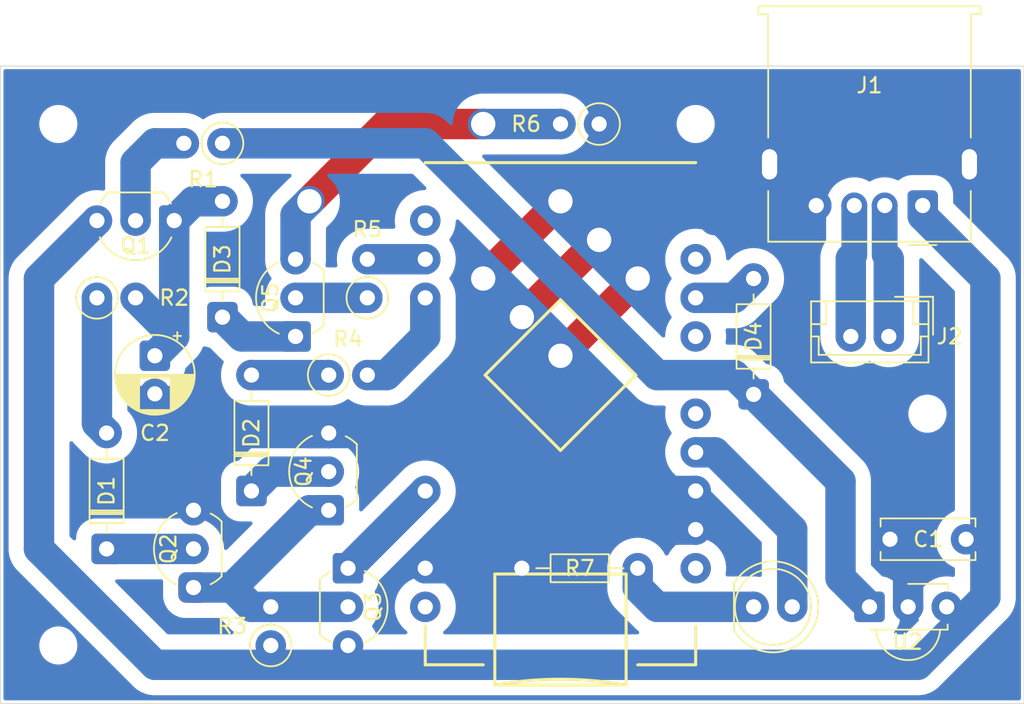
<source format=kicad_pcb>
(kicad_pcb (version 20241229) (generator "pcbnew") (generator_version "9.0")
  (layers (0 "F.Cu" signal) (2 "B.Cu" signal) (13 "F.Paste" user) (15 "B.Paste" user) (5 "F.SilkS" user "F.Silkscreen") (7 "B.SilkS" user "B.Silkscreen") (1 "F.Mask" user) (3 "B.Mask" user) (25 "Edge.Cuts" user))
  (net 0 "")
  (net 1 "GND")
  (net 2 "+5V")
  (net 3 "Net-(D1-A)")
  (net 4 "Net-(D1-K)")
  (net 5 "IR_OUT")
  (net 8 "Net-(D4-A)")
  (net 9 "Net-(D3-K)")
  (net 10 "Net-(J1-D+)")
  (net 11 "Net-(J1-D-)")
  (net 12 "Net-(D2-A)")
  (net 13 "Net-(D3-A)")
  (net 14 "Net-(Q1-B)")
  (net 15 "Net-(Q2-C)")
  (net 16 "VCC")
  (net 17 "ON_OFF")
  (net 18 "DISCH")
  (net 19 "Net-(D5-K)")
  (net 20 "Net-(D2-K)")
  (net 21 "Net-(Q5-E)")
  (net 22 "Net-(Q5-B)")
  (net 23 "LED")
  (footprint "Resistor_THT:R_Axial_DIN0207_L6.3mm_D2.5mm_P2.54mm_Vertical" (layer "F.Cu") (at 128.905 78.105 180)
    (property "Reference" "R1" (at 1.27 -2.37 180) (layer "F.SilkS"))
    (property "Value" "47K" (hide yes))
    (fp_line (start 1.37 0) (end 1.44 0) (stroke (width 0.12)) (layer "F.SilkS"))
    (fp_circle (center 0 0) (end 1.37 0) (stroke (width 0.12)) (fill no) (layer "F.SilkS"))
    (pad "1" thru_hole circle (at 0 0 180) (size 2 2) (drill 1) (layers "*.Cu" "*.Mask") (net 5 "IR_OUT"))
    (pad "2" thru_hole circle (at 2.54 0 180) (size 2 2) (drill 1) (layers "*.Cu" "*.Mask") (net 14 "Net-(Q1-B)"))
  )
  (footprint "Resistor_THT:R_Axial_DIN0207_L6.3mm_D2.5mm_P2.54mm_Vertical" (layer "F.Cu") (at 132.08 111.125 90)
    (property "Reference" "R3" (at 1.27 -2.54 180) (layer "F.SilkS"))
    (property "Value" "100K" (hide yes))
    (fp_line (start 1.37 0) (end 1.44 0) (stroke (width 0.12)) (layer "F.SilkS"))
    (fp_circle (center 0 0) (end 1.37 0) (stroke (width 0.12)) (fill no) (layer "F.SilkS"))
    (pad "1" thru_hole circle (at 0 0 90) (size 2 2) (drill 1) (layers "*.Cu" "*.Mask") (net 2 "+5V"))
    (pad "2" thru_hole circle (at 2.54 0 90) (size 2 2) (drill 1) (layers "*.Cu" "*.Mask") (net 15 "Net-(Q2-C)"))
  )
  (footprint "Capacitor_THT:C_Disc_D6.0mm_W2.5mm_P5.00mm" (layer "F.Cu") (at 172.8 104.14)
    (property "Reference" "C1" (at 2.5 0 0) (layer "F.SilkS"))
    (property "Value" "100nF" (hide yes))
    (fp_line (start -0.62 -1.37) (end 5.62 -1.37) (stroke (width 0.12)) (layer "F.SilkS"))
    (fp_line (start -0.62 -0.835) (end -0.62 -1.37) (stroke (width 0.12)) (layer "F.SilkS"))
    (fp_line (start -0.62 1.37) (end -0.62 0.835) (stroke (width 0.12)) (layer "F.SilkS"))
    (fp_line (start 5.62 -1.37) (end 5.62 -0.835) (stroke (width 0.12)) (layer "F.SilkS"))
    (fp_line (start 5.62 0.835) (end 5.62 1.37) (stroke (width 0.12)) (layer "F.SilkS"))
    (fp_line (start 5.62 1.37) (end -0.62 1.37) (stroke (width 0.12)) (layer "F.SilkS"))
    (pad "1" thru_hole circle (at 0 0) (size 2 2) (drill 1) (layers "*.Cu" "*.Mask") (net 1 "GND"))
    (pad "2" thru_hole circle (at 5 0) (size 2 2) (drill 1) (layers "*.Cu" "*.Mask") (net 2 "+5V"))
  )
  (footprint "Resistor_THT:R_Axial_DIN0204_L3.6mm_D1.6mm_P7.62mm_Horizontal" (layer "F.Cu") (at 156.21 106.045 180)
    (property "Reference" "R7" (at 3.81 0 180) (layer "F.SilkS"))
    (property "Value" "1K" (hide yes))
    (fp_line (start 6.68 0) (end 5.73 0) (stroke (width 0.12)) (layer "F.SilkS"))
    (fp_line (start 0.94 0) (end 1.89 0) (stroke (width 0.12)) (layer "F.SilkS"))
    (fp_rect (start 1.89 -0.92) (end 5.73 0.92) (stroke (width 0.12)) (fill no) (layer "F.SilkS"))
    (pad "1" thru_hole circle (at 0 0 180) (size 2 2) (drill 1) (layers "*.Cu" "*.Mask") (net 19 "Net-(D5-K)"))
    (pad "2" thru_hole circle (at 7.62 0 180) (size 2 2) (drill 1) (layers "*.Cu" "*.Mask") (net 1 "GND"))
  )
  (footprint "Resistor_THT:R_Axial_DIN0207_L6.3mm_D2.5mm_P2.54mm_Vertical" (layer "F.Cu") (at 135.89 93.345)
    (property "Reference" "R4" (at 1.27 -2.37 0) (layer "F.SilkS"))
    (property "Value" "10K" (hide yes))
    (fp_line (start 1.37 0) (end 1.44 0) (stroke (width 0.12)) (layer "F.SilkS"))
    (fp_circle (center 0 0) (end 1.37 0) (stroke (width 0.12)) (fill no) (layer "F.SilkS"))
    (pad "1" thru_hole circle (at 0 0) (size 2 2) (drill 1) (layers "*.Cu" "*.Mask") (net 12 "Net-(D2-A)"))
    (pad "2" thru_hole circle (at 2.54 0) (size 2 2) (drill 1) (layers "*.Cu" "*.Mask") (net 17 "ON_OFF"))
  )
  (footprint "Diode_THT:D_DO-35_SOD27_P7.62mm_Horizontal" (layer "F.Cu") (at 128.905 89.535 90)
    (property "Reference" "D3" (at 3.81 0 90) (layer "F.SilkS"))
    (property "Value" "1N4148" (hide yes))
    (fp_line (start 2.53 -1.12) (end 2.53 1.12) (stroke (width 0.12)) (layer "F.SilkS"))
    (fp_line (start 2.41 -1.12) (end 2.41 1.12) (stroke (width 0.12)) (layer "F.SilkS"))
    (fp_line (start 2.29 -1.12) (end 2.29 1.12) (stroke (width 0.12)) (layer "F.SilkS"))
    (fp_line (start 6.58 0) (end 5.93 0) (stroke (width 0.12)) (layer "F.SilkS"))
    (fp_line (start 1.04 0) (end 1.69 0) (stroke (width 0.12)) (layer "F.SilkS"))
    (fp_rect (start 1.69 -1.12) (end 5.93 1.12) (stroke (width 0.12)) (fill no) (layer "F.SilkS"))
    (pad "1" thru_hole roundrect (at 0 0 90) (size 2 2) (drill 1) (layers "*.Cu" "*.Mask") (roundrect_rratio 0.15625) (net 9 "Net-(D3-K)"))
    (pad "2" thru_hole circle (at 7.62 0 90) (size 2 2) (drill 1) (layers "*.Cu" "*.Mask") (net 13 "Net-(D3-A)"))
  )
  (footprint "Package_TO_SOT_THT:TO-92_Inline_Wide" (layer "F.Cu") (at 135.89 102.235 90)
    (property "Reference" "Q4" (at 2.54 -1.65 90) (layer "F.SilkS"))
    (property "Value" "BC547" (hide yes))
    (fp_line (start 0.74 1.85) (end 4.34 1.85) (stroke (width 0.12)) (layer "F.SilkS"))
    (fp_arc (start 2.54 -2.6) (mid 3.936979 -2.192818) (end 4.8964 -1.098807) (stroke (width 0.12)) (layer "F.SilkS"))
    (fp_arc (start 0.1836 -1.098807) (mid 1.143021 -2.192817) (end 2.54 -2.6) (stroke (width 0.12)) (layer "F.SilkS"))
    (fp_arc (start 4.864184 1.122795) (mid 4.633903 1.509328) (end 4.34 1.85) (stroke (width 0.12)) (layer "F.SilkS"))
    (fp_arc (start 0.74 1.85) (mid 0.446097 1.509328) (end 0.215816 1.122795) (stroke (width 0.12)) (layer "F.SilkS"))
    (pad "1" thru_hole roundrect (at 0 0 90) (size 2 2) (drill 1) (layers "*.Cu" "*.Mask") (roundrect_rratio 0.1666666667) (net 15 "Net-(Q2-C)"))
    (pad "2" thru_hole circle (at 2.54 0 90) (size 2 2) (drill 1) (layers "*.Cu" "*.Mask") (net 20 "Net-(D2-K)"))
    (pad "3" thru_hole circle (at 5.08 0 90) (size 2 2) (drill 1) (layers "*.Cu" "*.Mask") (net 1 "GND"))
  )
  (footprint "Resistor_THT:R_Axial_DIN0207_L6.3mm_D2.5mm_P2.54mm_Vertical" (layer "F.Cu") (at 153.67 76.835 180)
    (property "Reference" "R6" (at 4.8 0 0) (layer "F.SilkS"))
    (property "Value" "4.7K" (hide yes))
    (fp_line (start 1.37 0) (end 1.44 0) (stroke (width 0.12)) (layer "F.SilkS"))
    (fp_circle (center 0 0) (end 1.37 0) (stroke (width 0.12)) (fill no) (layer "F.SilkS"))
    (pad "1" thru_hole circle (at 0 0 180) (size 2 2) (drill 1) (layers "*.Cu" "*.Mask") (net 1 "GND"))
    (pad "2" thru_hole circle (at 2.54 0 180) (size 2 2) (drill 1) (layers "*.Cu" "*.Mask") (net 21 "Net-(Q5-E)"))
  )
  (footprint "LED_THT:LED_D5.0mm" (layer "F.Cu") (at 163.83 108.585)
    (property "Reference" "D5" (hide yes))
    (property "Value" "LED" (hide yes))
    (fp_line (start -1.29 -1.545) (end -1.29 1.545) (stroke (width 0.12)) (layer "F.SilkS"))
    (fp_arc (start -1.29 -1.54483) (mid 2.071779 -2.880495) (end 4.26 0) (stroke (width 0.12)) (layer "F.SilkS"))
    (fp_arc (start 4.26 0) (mid 2.071779 2.880495) (end -1.29 1.54483) (stroke (width 0.12)) (layer "F.SilkS"))
    (fp_circle (center 1.27 0) (end 3.77 0) (stroke (width 0.12)) (fill no) (layer "F.SilkS"))
    (pad "1" thru_hole circle (at 0 0) (size 2 2) (drill 1) (layers "*.Cu" "*.Mask") (net 19 "Net-(D5-K)"))
    (pad "2" thru_hole circle (at 2.54 0) (size 2 2) (drill 1) (layers "*.Cu" "*.Mask") (net 23 "LED"))
  )
  (footprint "Capacitor_THT:CP_Radial_D5.0mm_P2.50mm" (layer "F.Cu") (at 124.46 92.075 -90)
    (property "Reference" "C2" (at 5.08 0 180) (layer "F.SilkS"))
    (property "Value" "10uF" (hide yes))
    (fp_line (start 1.49 1.04) (end 1.49 2.569) (stroke (width 0.12)) (layer "F.SilkS"))
    (fp_line (start 1.53 1.04) (end 1.53 2.565) (stroke (width 0.12)) (layer "F.SilkS"))
    (fp_line (start 1.57 1.04) (end 1.57 2.56) (stroke (width 0.12)) (layer "F.SilkS"))
    (fp_line (start 1.61 1.04) (end 1.61 2.555) (stroke (width 0.12)) (layer "F.SilkS"))
    (fp_line (start 1.65 1.04) (end 1.65 2.549) (stroke (width 0.12)) (layer "F.SilkS"))
    (fp_line (start 1.69 1.04) (end 1.69 2.543) (stroke (width 0.12)) (layer "F.SilkS"))
    (fp_line (start 1.73 1.04) (end 1.73 2.536) (stroke (width 0.12)) (layer "F.SilkS"))
    (fp_line (start 1.77 1.04) (end 1.77 2.528) (stroke (width 0.12)) (layer "F.SilkS"))
    (fp_line (start 1.81 1.04) (end 1.81 2.519) (stroke (width 0.12)) (layer "F.SilkS"))
    (fp_line (start 1.85 1.04) (end 1.85 2.51) (stroke (width 0.12)) (layer "F.SilkS"))
    (fp_line (start 1.89 1.04) (end 1.89 2.501) (stroke (width 0.12)) (layer "F.SilkS"))
    (fp_line (start 1.93 1.04) (end 1.93 2.49) (stroke (width 0.12)) (layer "F.SilkS"))
    (fp_line (start 1.97 1.04) (end 1.97 2.479) (stroke (width 0.12)) (layer "F.SilkS"))
    (fp_line (start 2.01 1.04) (end 2.01 2.467) (stroke (width 0.12)) (layer "F.SilkS"))
    (fp_line (start 2.05 1.04) (end 2.05 2.455) (stroke (width 0.12)) (layer "F.SilkS"))
    (fp_line (start 2.09 1.04) (end 2.09 2.442) (stroke (width 0.12)) (layer "F.SilkS"))
    (fp_line (start 2.13 1.04) (end 2.13 2.428) (stroke (width 0.12)) (layer "F.SilkS"))
    (fp_line (start 2.17 1.04) (end 2.17 2.413) (stroke (width 0.12)) (layer "F.SilkS"))
    (fp_line (start 2.21 1.04) (end 2.21 2.398) (stroke (width 0.12)) (layer "F.SilkS"))
    (fp_line (start 2.25 1.04) (end 2.25 2.382) (stroke (width 0.12)) (layer "F.SilkS"))
    (fp_line (start 2.29 1.04) (end 2.29 2.365) (stroke (width 0.12)) (layer "F.SilkS"))
    (fp_line (start 2.33 1.04) (end 2.33 2.347) (stroke (width 0.12)) (layer "F.SilkS"))
    (fp_line (start 2.37 1.04) (end 2.37 2.329) (stroke (width 0.12)) (layer "F.SilkS"))
    (fp_line (start 2.41 1.04) (end 2.41 2.309) (stroke (width 0.12)) (layer "F.SilkS"))
    (fp_line (start 2.45 1.04) (end 2.45 2.289) (stroke (width 0.12)) (layer "F.SilkS"))
    (fp_line (start 2.49 1.04) (end 2.49 2.268) (stroke (width 0.12)) (layer "F.SilkS"))
    (fp_line (start 2.53 1.04) (end 2.53 2.246) (stroke (width 0.12)) (layer "F.SilkS"))
    (fp_line (start 2.57 1.04) (end 2.57 2.223) (stroke (width 0.12)) (layer "F.SilkS"))
    (fp_line (start 2.61 1.04) (end 2.61 2.199) (stroke (width 0.12)) (layer "F.SilkS"))
    (fp_line (start 2.65 1.04) (end 2.65 2.175) (stroke (width 0.12)) (layer "F.SilkS"))
    (fp_line (start 2.69 1.04) (end 2.69 2.149) (stroke (width 0.12)) (layer "F.SilkS"))
    (fp_line (start 2.73 1.04) (end 2.73 2.122) (stroke (width 0.12)) (layer "F.SilkS"))
    (fp_line (start 2.77 1.04) (end 2.77 2.094) (stroke (width 0.12)) (layer "F.SilkS"))
    (fp_line (start 2.81 1.04) (end 2.81 2.065) (stroke (width 0.12)) (layer "F.SilkS"))
    (fp_line (start 2.85 1.04) (end 2.85 2.035) (stroke (width 0.12)) (layer "F.SilkS"))
    (fp_line (start 2.89 1.04) (end 2.89 2.003) (stroke (width 0.12)) (layer "F.SilkS"))
    (fp_line (start 2.93 1.04) (end 2.93 1.97) (stroke (width 0.12)) (layer "F.SilkS"))
    (fp_line (start 2.97 1.04) (end 2.97 1.936) (stroke (width 0.12)) (layer "F.SilkS"))
    (fp_line (start 3.01 1.04) (end 3.01 1.901) (stroke (width 0.12)) (layer "F.SilkS"))
    (fp_line (start 3.05 1.04) (end 3.05 1.864) (stroke (width 0.12)) (layer "F.SilkS"))
    (fp_line (start 3.09 1.04) (end 3.09 1.825) (stroke (width 0.12)) (layer "F.SilkS"))
    (fp_line (start 3.13 1.04) (end 3.13 1.785) (stroke (width 0.12)) (layer "F.SilkS"))
    (fp_line (start 3.17 1.04) (end 3.17 1.743) (stroke (width 0.12)) (layer "F.SilkS"))
    (fp_line (start 3.21 1.04) (end 3.21 1.699) (stroke (width 0.12)) (layer "F.SilkS"))
    (fp_line (start 3.25 1.04) (end 3.25 1.652) (stroke (width 0.12)) (layer "F.SilkS"))
    (fp_line (start 3.29 1.04) (end 3.29 1.604) (stroke (width 0.12)) (layer "F.SilkS"))
    (fp_line (start 3.33 1.04) (end 3.33 1.553) (stroke (width 0.12)) (layer "F.SilkS"))
    (fp_line (start 3.37 1.04) (end 3.37 1.499) (stroke (width 0.12)) (layer "F.SilkS"))
    (fp_line (start 3.41 1.04) (end 3.41 1.443) (stroke (width 0.12)) (layer "F.SilkS"))
    (fp_line (start 3.45 1.04) (end 3.45 1.383) (stroke (width 0.12)) (layer "F.SilkS"))
    (fp_line (start 3.49 1.04) (end 3.49 1.319) (stroke (width 0.12)) (layer "F.SilkS"))
    (fp_line (start 3.53 1.04) (end 3.53 1.251) (stroke (width 0.12)) (layer "F.SilkS"))
    (fp_line (start 3.85 -0.283) (end 3.85 0.283) (stroke (width 0.12)) (layer "F.SilkS"))
    (fp_line (start 3.81 -0.517) (end 3.81 0.517) (stroke (width 0.12)) (layer "F.SilkS"))
    (fp_line (start 3.77 -0.677) (end 3.77 0.677) (stroke (width 0.12)) (layer "F.SilkS"))
    (fp_line (start 3.73 -0.805) (end 3.73 0.805) (stroke (width 0.12)) (layer "F.SilkS"))
    (fp_line (start 3.69 -0.914) (end 3.69 0.914) (stroke (width 0.12)) (layer "F.SilkS"))
    (fp_line (start 3.65 -1.011) (end 3.65 1.011) (stroke (width 0.12)) (layer "F.SilkS"))
    (fp_line (start 3.61 -1.098) (end 3.61 1.098) (stroke (width 0.12)) (layer "F.SilkS"))
    (fp_line (start 3.57 -1.177) (end 3.57 1.177) (stroke (width 0.12)) (layer "F.SilkS"))
    (fp_line (start 3.53 -1.251) (end 3.53 -1.04) (stroke (width 0.12)) (layer "F.SilkS"))
    (fp_line (start 3.49 -1.319) (end 3.49 -1.04) (stroke (width 0.12)) (layer "F.SilkS"))
    (fp_line (start 3.45 -1.383) (end 3.45 -1.04) (stroke (width 0.12)) (layer "F.SilkS"))
    (fp_line (start 3.41 -1.443) (end 3.41 -1.04) (stroke (width 0.12)) (layer "F.SilkS"))
    (fp_line (start -1.554775 -1.475) (end -1.054775 -1.475) (stroke (width 0.12)) (layer "F.SilkS"))
    (fp_line (start 3.37 -1.499) (end 3.37 -1.04) (stroke (width 0.12)) (layer "F.SilkS"))
    (fp_line (start 3.33 -1.553) (end 3.33 -1.04) (stroke (width 0.12)) (layer "F.SilkS"))
    (fp_line (start 3.29 -1.604) (end 3.29 -1.04) (stroke (width 0.12)) (layer "F.SilkS"))
    (fp_line (start 3.25 -1.652) (end 3.25 -1.04) (stroke (width 0.12)) (layer "F.SilkS"))
    (fp_line (start 3.21 -1.699) (end 3.21 -1.04) (stroke (width 0.12)) (layer "F.SilkS"))
    (fp_line (start -1.304775 -1.725) (end -1.304775 -1.225) (stroke (width 0.12)) (layer "F.SilkS"))
    (fp_line (start 3.17 -1.743) (end 3.17 -1.04) (stroke (width 0.12)) (layer "F.SilkS"))
    (fp_line (start 3.13 -1.785) (end 3.13 -1.04) (stroke (width 0.12)) (layer "F.SilkS"))
    (fp_line (start 3.09 -1.825) (end 3.09 -1.04) (stroke (width 0.12)) (layer "F.SilkS"))
    (fp_line (start 3.05 -1.864) (end 3.05 -1.04) (stroke (width 0.12)) (layer "F.SilkS"))
    (fp_line (start 3.01 -1.901) (end 3.01 -1.04) (stroke (width 0.12)) (layer "F.SilkS"))
    (fp_line (start 2.97 -1.936) (end 2.97 -1.04) (stroke (width 0.12)) (layer "F.SilkS"))
    (fp_line (start 2.93 -1.97) (end 2.93 -1.04) (stroke (width 0.12)) (layer "F.SilkS"))
    (fp_line (start 2.89 -2.003) (end 2.89 -1.04) (stroke (width 0.12)) (layer "F.SilkS"))
    (fp_line (start 2.85 -2.035) (end 2.85 -1.04) (stroke (width 0.12)) (layer "F.SilkS"))
    (fp_line (start 2.81 -2.065) (end 2.81 -1.04) (stroke (width 0.12)) (layer "F.SilkS"))
    (fp_line (start 2.77 -2.094) (end 2.77 -1.04) (stroke (width 0.12)) (layer "F.SilkS"))
    (fp_line (start 2.73 -2.122) (end 2.73 -1.04) (stroke (width 0.12)) (layer "F.SilkS"))
    (fp_line (start 2.69 -2.149) (end 2.69 -1.04) (stroke (width 0.12)) (layer "F.SilkS"))
    (fp_line (start 2.65 -2.175) (end 2.65 -1.04) (stroke (width 0.12)) (layer "F.SilkS"))
    (fp_line (start 2.61 -2.199) (end 2.61 -1.04) (stroke (width 0.12)) (layer "F.SilkS"))
    (fp_line (start 2.57 -2.223) (end 2.57 -1.04) (stroke (width 0.12)) (layer "F.SilkS"))
    (fp_line (start 2.53 -2.246) (end 2.53 -1.04) (stroke (width 0.12)) (layer "F.SilkS"))
    (fp_line (start 2.49 -2.268) (end 2.49 -1.04) (stroke (width 0.12)) (layer "F.SilkS"))
    (fp_line (start 2.45 -2.289) (end 2.45 -1.04) (stroke (width 0.12)) (layer "F.SilkS"))
    (fp_line (start 2.41 -2.309) (end 2.41 -1.04) (stroke (width 0.12)) (layer "F.SilkS"))
    (fp_line (start 2.37 -2.329) (end 2.37 -1.04) (stroke (width 0.12)) (layer "F.SilkS"))
    (fp_line (start 2.33 -2.347) (end 2.33 -1.04) (stroke (width 0.12)) (layer "F.SilkS"))
    (fp_line (start 2.29 -2.365) (end 2.29 -1.04) (stroke (width 0.12)) (layer "F.SilkS"))
    (fp_line (start 2.25 -2.382) (end 2.25 -1.04) (stroke (width 0.12)) (layer "F.SilkS"))
    (fp_line (start 2.21 -2.398) (end 2.21 -1.04) (stroke (width 0.12)) (layer "F.SilkS"))
    (fp_line (start 2.17 -2.413) (end 2.17 -1.04) (stroke (width 0.12)) (layer "F.SilkS"))
    (fp_line (start 2.13 -2.428) (end 2.13 -1.04) (stroke (width 0.12)) (layer "F.SilkS"))
    (fp_line (start 2.09 -2.442) (end 2.09 -1.04) (stroke (width 0.12)) (layer "F.SilkS"))
    (fp_line (start 2.05 -2.455) (end 2.05 -1.04) (stroke (width 0.12)) (layer "F.SilkS"))
    (fp_line (start 2.01 -2.467) (end 2.01 -1.04) (stroke (width 0.12)) (layer "F.SilkS"))
    (fp_line (start 1.97 -2.479) (end 1.97 -1.04) (stroke (width 0.12)) (layer "F.SilkS"))
    (fp_line (start 1.93 -2.49) (end 1.93 -1.04) (stroke (width 0.12)) (layer "F.SilkS"))
    (fp_line (start 1.89 -2.501) (end 1.89 -1.04) (stroke (width 0.12)) (layer "F.SilkS"))
    (fp_line (start 1.85 -2.51) (end 1.85 -1.04) (stroke (width 0.12)) (layer "F.SilkS"))
    (fp_line (start 1.81 -2.519) (end 1.81 -1.04) (stroke (width 0.12)) (layer "F.SilkS"))
    (fp_line (start 1.77 -2.528) (end 1.77 -1.04) (stroke (width 0.12)) (layer "F.SilkS"))
    (fp_line (start 1.73 -2.536) (end 1.73 -1.04) (stroke (width 0.12)) (layer "F.SilkS"))
    (fp_line (start 1.69 -2.543) (end 1.69 -1.04) (stroke (width 0.12)) (layer "F.SilkS"))
    (fp_line (start 1.65 -2.549) (end 1.65 -1.04) (stroke (width 0.12)) (layer "F.SilkS"))
    (fp_line (start 1.61 -2.555) (end 1.61 -1.04) (stroke (width 0.12)) (layer "F.SilkS"))
    (fp_line (start 1.57 -2.56) (end 1.57 -1.04) (stroke (width 0.12)) (layer "F.SilkS"))
    (fp_line (start 1.53 -2.565) (end 1.53 -1.04) (stroke (width 0.12)) (layer "F.SilkS"))
    (fp_line (start 1.49 -2.569) (end 1.49 -1.04) (stroke (width 0.12)) (layer "F.SilkS"))
    (fp_line (start 1.45 -2.572) (end 1.45 2.572) (stroke (width 0.12)) (layer "F.SilkS"))
    (fp_line (start 1.41 -2.575) (end 1.41 2.575) (stroke (width 0.12)) (layer "F.SilkS"))
    (fp_line (start 1.37 -2.577) (end 1.37 2.577) (stroke (width 0.12)) (layer "F.SilkS"))
    (fp_line (start 1.33 -2.579) (end 1.33 2.579) (stroke (width 0.12)) (layer "F.SilkS"))
    (fp_line (start 1.25 -2.58) (end 1.25 2.58) (stroke (width 0.12)) (layer "F.SilkS"))
    (fp_line (start 1.29 -2.58) (end 1.29 2.58) (stroke (width 0.12)) (layer "F.SilkS"))
    (fp_circle (center 1.25 0) (end 3.87 0) (stroke (width 0.12)) (fill no) (layer "F.SilkS"))
    (pad "1" thru_hole roundrect (at 0 0 270) (size 2 2) (drill 1) (layers "*.Cu" "*.Mask") (roundrect_rratio 0.15625) (net 13 "Net-(D3-A)"))
    (pad "2" thru_hole circle (at 2.5 0 270) (size 2 2) (drill 1) (layers "*.Cu" "*.Mask") (net 1 "GND"))
  )
  (footprint "MountingHole:MountingHole_2mm" (layer "F.Cu") (at 118.11 76.835)
    (property "Reference" "H1" (hide yes))
    (property "Value" "MountingHole" (hide yes))
    (pad "" np_thru_hole circle (at 0 0) (size 2 2) (drill 2) (layers "*.Cu" "*.Mask"))
  )
  (footprint "Connector_JST:JST_EH_B2B-EH-A_1x02_P2.50mm_Vertical" (layer "F.Cu") (at 172.72 90.805 180)
    (property "Reference" "J2" (at -4 0 0) (layer "F.SilkS"))
    (property "Value" "01x02" (hide yes))
    (fp_line (start 5.11 2.31) (end 5.11 -1.71) (stroke (width 0.12)) (layer "F.SilkS"))
    (fp_line (start 5.11 0.81) (end 4.11 0.81) (stroke (width 0.12)) (layer "F.SilkS"))
    (fp_line (start 5.11 -1.71) (end -2.61 -1.71) (stroke (width 0.12)) (layer "F.SilkS"))
    (fp_line (start 4.61 0) (end 5.11 0) (stroke (width 0.12)) (layer "F.SilkS"))
    (fp_line (start 4.61 -1.21) (end 4.61 0) (stroke (width 0.12)) (layer "F.SilkS"))
    (fp_line (start 4.11 0.81) (end 4.11 2.31) (stroke (width 0.12)) (layer "F.SilkS"))
    (fp_line (start -1.61 0.81) (end -1.61 2.31) (stroke (width 0.12)) (layer "F.SilkS"))
    (fp_line (start -2.11 0) (end -2.11 -1.21) (stroke (width 0.12)) (layer "F.SilkS"))
    (fp_line (start -2.11 -1.21) (end 4.61 -1.21) (stroke (width 0.12)) (layer "F.SilkS"))
    (fp_line (start -2.61 2.31) (end 5.11 2.31) (stroke (width 0.12)) (layer "F.SilkS"))
    (fp_line (start -2.61 0.81) (end -1.61 0.81) (stroke (width 0.12)) (layer "F.SilkS"))
    (fp_line (start -2.61 0) (end -2.11 0) (stroke (width 0.12)) (layer "F.SilkS"))
    (fp_line (start -2.61 -1.71) (end -2.61 2.31) (stroke (width 0.12)) (layer "F.SilkS"))
    (fp_line (start -2.91 2.61) (end -0.41 2.61) (stroke (width 0.12)) (layer "F.SilkS"))
    (fp_line (start -2.91 0.11) (end -2.91 2.61) (stroke (width 0.12)) (layer "F.SilkS"))
    (pad "1" thru_hole circle (at 0 0 180) (size 2 2) (drill 1) (layers "*.Cu" "*.Mask") (net 11 "Net-(J1-D-)"))
    (pad "2" thru_hole circle (at 2.5 0 180) (size 2 2) (drill 1) (layers "*.Cu" "*.Mask") (net 10 "Net-(J1-D+)"))
  )
  (footprint "Connector_USB:USB_A_Molex_67643_Horizontal" (layer "F.Cu") (at 174.95 82.195 180)
    (property "Reference" "J1" (at 3.5 7.9 0) (layer "F.SilkS"))
    (property "Value" "USB_A")
    (fp_line (start 10.81 13.1) (end 10.81 12.58) (stroke (width 0.12)) (layer "F.SilkS"))
    (fp_line (start 10.81 12.58) (end 10.16 12.58) (stroke (width 0.12)) (layer "F.SilkS"))
    (fp_line (start 10.16 4.47) (end 10.16 12.58) (stroke (width 0.12)) (layer "F.SilkS"))
    (fp_line (start 10.16 -2.38) (end 10.16 0.95) (stroke (width 0.12)) (layer "F.SilkS"))
    (fp_line (start -0.9 -2.6) (end 0.9 -2.6) (stroke (width 0.12)) (layer "F.SilkS"))
    (fp_line (start -3.16 12.58) (end -3.16 4.47) (stroke (width 0.12)) (layer "F.SilkS"))
    (fp_line (start -3.16 12.58) (end -3.81 12.58) (stroke (width 0.12)) (layer "F.SilkS"))
    (fp_line (start -3.16 -2.38) (end 10.16 -2.38) (stroke (width 0.12)) (layer "F.SilkS"))
    (fp_line (start -3.16 -2.38) (end -3.16 0.95) (stroke (width 0.12)) (layer "F.SilkS"))
    (fp_line (start -3.81 13.1) (end 10.81 13.1) (stroke (width 0.12)) (layer "F.SilkS"))
    (fp_line (start -3.81 12.58) (end -3.81 13.1) (stroke (width 0.12)) (layer "F.SilkS"))
    (pad "1" thru_hole roundrect (at 0 0 180) (size 2 2) (drill 1) (layers "*.Cu" "*.Mask") (roundrect_rratio 0.1666666667) (net 2 "+5V"))
    (pad "2" thru_hole circle (at 2.5 0 180) (size 1.7 1.7) (drill 1) (layers "*.Cu" "*.Mask") (net 11 "Net-(J1-D-)"))
    (pad "3" thru_hole circle (at 4.5 0 180) (size 1.7 1.7) (drill 1) (layers "*.Cu" "*.Mask") (net 10 "Net-(J1-D+)"))
    (pad "4" thru_hole circle (at 7 0 180) (size 2 2) (drill 1) (layers "*.Cu" "*.Mask") (net 1 "GND"))
    (pad "5" thru_hole oval (at -3.07 2.71 180) (size 2.4 3.6) (drill oval 1 2) (layers "*.Cu" "*.Mask") (net 1 "GND"))
    (pad "5" thru_hole oval (at 10.07 2.71 180) (size 2.4 3.6) (drill oval 1 2) (layers "*.Cu" "*.Mask") (net 1 "GND"))
  )
  (footprint "Package_TO_SOT_THT:TO-92_Inline_Wide" (layer "F.Cu") (at 125.73 83.185 180)
    (property "Reference" "Q1" (at 2.54 -1.65 0) (layer "F.SilkS"))
    (property "Value" "BC557" (hide yes))
    (fp_line (start 0.74 1.85) (end 4.34 1.85) (stroke (width 0.12)) (layer "F.SilkS"))
    (fp_arc (start 4.864184 1.122795) (mid 4.633903 1.509328) (end 4.34 1.85) (stroke (width 0.12)) (layer "F.SilkS"))
    (fp_arc (start 2.54 -2.6) (mid 3.936979 -2.192818) (end 4.8964 -1.098807) (stroke (width 0.12)) (layer "F.SilkS"))
    (fp_arc (start 0.74 1.85) (mid 0.446097 1.509328) (end 0.215816 1.122795) (stroke (width 0.12)) (layer "F.SilkS"))
    (fp_arc (start 0.1836 -1.098807) (mid 1.143021 -2.192817) (end 2.54 -2.6) (stroke (width 0.12)) (layer "F.SilkS"))
    (pad "1" thru_hole roundrect (at 0 0 180) (size 2 2) (drill 1) (layers "*.Cu" "*.Mask") (roundrect_rratio 0.125) (net 13 "Net-(D3-A)"))
    (pad "2" thru_hole circle (at 2.54 0 180) (size 2 2) (drill 1) (layers "*.Cu" "*.Mask") (net 14 "Net-(Q1-B)"))
    (pad "3" thru_hole circle (at 5.08 0 180) (size 2 2) (drill 1) (layers "*.Cu" "*.Mask") (net 2 "+5V"))
  )
  (footprint "Package_TO_SOT_THT:TO-92_Inline_Wide" (layer "F.Cu") (at 133.71 90.805 90)
    (property "Reference" "Q5" (at 2.54 -1.65 90) (layer "F.SilkS"))
    (property "Value" "BC547" (hide yes))
    (fp_line (start 0.74 1.85) (end 4.34 1.85) (stroke (width 0.12)) (layer "F.SilkS"))
    (fp_arc (start 2.54 -2.6) (mid 3.936979 -2.192818) (end 4.8964 -1.098807) (stroke (width 0.12)) (layer "F.SilkS"))
    (fp_arc (start 0.1836 -1.098807) (mid 1.143021 -2.192817) (end 2.54 -2.6) (stroke (width 0.12)) (layer "F.SilkS"))
    (fp_arc (start 4.864184 1.122795) (mid 4.633903 1.509328) (end 4.34 1.85) (stroke (width 0.12)) (layer "F.SilkS"))
    (fp_arc (start 0.74 1.85) (mid 0.446097 1.509328) (end 0.215816 1.122795) (stroke (width 0.12)) (layer "F.SilkS"))
    (pad "1" thru_hole roundrect (at 0 0 90) (size 2 2) (drill 1) (layers "*.Cu" "*.Mask") (roundrect_rratio 0.125) (net 9 "Net-(D3-K)"))
    (pad "2" thru_hole circle (at 2.54 0 90) (size 2 2) (drill 1) (layers "*.Cu" "*.Mask") (net 22 "Net-(Q5-B)"))
    (pad "3" thru_hole circle (at 5.08 0 90) (size 2 2) (drill 1) (layers "*.Cu" "*.Mask") (net 21 "Net-(Q5-E)"))
  )
  (footprint "Diode_THT:D_DO-35_SOD27_P7.62mm_Horizontal" (layer "F.Cu") (at 121.285 104.775 90)
    (property "Reference" "D1" (at 3.81 0 90) (layer "F.SilkS"))
    (property "Value" "1N4148" (hide yes))
    (fp_line (start 2.53 -1.12) (end 2.53 1.12) (stroke (width 0.12)) (layer "F.SilkS"))
    (fp_line (start 2.41 -1.12) (end 2.41 1.12) (stroke (width 0.12)) (layer "F.SilkS"))
    (fp_line (start 2.29 -1.12) (end 2.29 1.12) (stroke (width 0.12)) (layer "F.SilkS"))
    (fp_line (start 6.58 0) (end 5.93 0) (stroke (width 0.12)) (layer "F.SilkS"))
    (fp_line (start 1.04 0) (end 1.69 0) (stroke (width 0.12)) (layer "F.SilkS"))
    (fp_rect (start 1.69 -1.12) (end 5.93 1.12) (stroke (width 0.12)) (fill no) (layer "F.SilkS"))
    (pad "1" thru_hole roundrect (at 0 0 90) (size 2 2) (drill 1) (layers "*.Cu" "*.Mask") (roundrect_rratio 0.15625) (net 4 "Net-(D1-K)"))
    (pad "2" thru_hole circle (at 7.62 0 90) (size 2 2) (drill 1) (layers "*.Cu" "*.Mask") (net 3 "Net-(D1-A)"))
  )
  (footprint "Package_TO_SOT_THT:TO-92_Inline_Wide" (layer "F.Cu") (at 137.16 106.045 -90)
    (property "Reference" "Q3" (at 2.54 -1.65 90) (layer "F.SilkS"))
    (property "Value" "BC557" (hide yes))
    (fp_line (start 0.74 1.85) (end 4.34 1.85) (stroke (width 0.12)) (layer "F.SilkS"))
    (fp_arc (start 0.74 1.85) (mid 0.446097 1.509328) (end 0.215816 1.122795) (stroke (width 0.12)) (layer "F.SilkS"))
    (fp_arc (start 4.864184 1.122795) (mid 4.633903 1.509328) (end 4.34 1.85) (stroke (width 0.12)) (layer "F.SilkS"))
    (fp_arc (start 0.1836 -1.098807) (mid 1.143021 -2.192817) (end 2.54 -2.6) (stroke (width 0.12)) (layer "F.SilkS"))
    (fp_arc (start 2.54 -2.6) (mid 3.936979 -2.192818) (end 4.8964 -1.098807) (stroke (width 0.12)) (layer "F.SilkS"))
    (pad "1" thru_hole roundrect (at 0 0 270) (size 2 2) (drill 1) (layers "*.Cu" "*.Mask") (roundrect_rratio 0.125) (net 16 "VCC"))
    (pad "2" thru_hole circle (at 2.54 0 270) (size 2 2) (drill 1) (layers "*.Cu" "*.Mask") (net 15 "Net-(Q2-C)"))
    (pad "3" thru_hole circle (at 5.08 0 270) (size 2 2) (drill 1) (layers "*.Cu" "*.Mask") (net 2 "+5V"))
  )
  (footprint "Diode_THT:D_DO-35_SOD27_P7.62mm_Horizontal" (layer "F.Cu") (at 130.81 100.965 90)
    (property "Reference" "D2" (at 3.81 0 90) (layer "F.SilkS"))
    (property "Value" "1N4148" (hide yes))
    (fp_line (start 2.53 -1.12) (end 2.53 1.12) (stroke (width 0.12)) (layer "F.SilkS"))
    (fp_line (start 2.41 -1.12) (end 2.41 1.12) (stroke (width 0.12)) (layer "F.SilkS"))
    (fp_line (start 2.29 -1.12) (end 2.29 1.12) (stroke (width 0.12)) (layer "F.SilkS"))
    (fp_line (start 6.58 0) (end 5.93 0) (stroke (width 0.12)) (layer "F.SilkS"))
    (fp_line (start 1.04 0) (end 1.69 0) (stroke (width 0.12)) (layer "F.SilkS"))
    (fp_rect (start 1.69 -1.12) (end 5.93 1.12) (stroke (width 0.12)) (fill no) (layer "F.SilkS"))
    (pad "1" thru_hole roundrect (at 0 0 90) (size 2 2) (drill 1) (layers "*.Cu" "*.Mask") (roundrect_rratio 0.15625) (net 20 "Net-(D2-K)"))
    (pad "2" thru_hole circle (at 7.62 0 90) (size 2 2) (drill 1) (layers "*.Cu" "*.Mask") (net 12 "Net-(D2-A)"))
  )
  (footprint "Diode_THT:D_DO-35_SOD27_P7.62mm_Horizontal" (layer "F.Cu") (at 163.83 94.615 90)
    (property "Reference" "D4" (at 3.81 0 90) (layer "F.SilkS"))
    (property "Value" "1N4148" (hide yes))
    (fp_line (start 2.53 -1.12) (end 2.53 1.12) (stroke (width 0.12)) (layer "F.SilkS"))
    (fp_line (start 2.41 -1.12) (end 2.41 1.12) (stroke (width 0.12)) (layer "F.SilkS"))
    (fp_line (start 2.29 -1.12) (end 2.29 1.12) (stroke (width 0.12)) (layer "F.SilkS"))
    (fp_line (start 6.58 0) (end 5.93 0) (stroke (width 0.12)) (layer "F.SilkS"))
    (fp_line (start 1.04 0) (end 1.69 0) (stroke (width 0.12)) (layer "F.SilkS"))
    (fp_rect (start 1.69 -1.12) (end 5.93 1.12) (stroke (width 0.12)) (fill no) (layer "F.SilkS"))
    (pad "1" thru_hole roundrect (at 0 0 90) (size 2 2) (drill 1) (layers "*.Cu" "*.Mask") (roundrect_rratio 0.15625) (net 5 "IR_OUT"))
    (pad "2" thru_hole circle (at 7.62 0 90) (size 2 2) (drill 1) (layers "*.Cu" "*.Mask") (net 8 "Net-(D4-A)"))
  )
  (footprint "Package_TO_SOT_THT:TO-92_Inline_Wide" (layer "F.Cu") (at 127 107.315 90)
    (property "Reference" "Q2" (at 2.54 -1.65 90) (layer "F.SilkS"))
    (property "Value" "BC547" (hide yes))
    (fp_line (start 0.74 1.85) (end 4.34 1.85) (stroke (width 0.12)) (layer "F.SilkS"))
    (fp_arc (start 2.54 -2.6) (mid 3.936979 -2.192818) (end 4.8964 -1.098807) (stroke (width 0.12)) (layer "F.SilkS"))
    (fp_arc (start 0.1836 -1.098807) (mid 1.143021 -2.192817) (end 2.54 -2.6) (stroke (width 0.12)) (layer "F.SilkS"))
    (fp_arc (start 4.864184 1.122795) (mid 4.633903 1.509328) (end 4.34 1.85) (stroke (width 0.12)) (layer "F.SilkS"))
    (fp_arc (start 0.74 1.85) (mid 0.446097 1.509328) (end 0.215816 1.122795) (stroke (width 0.12)) (layer "F.SilkS"))
    (pad "1" thru_hole roundrect (at 0 0 90) (size 2 2) (drill 1) (layers "*.Cu" "*.Mask") (net 15 "Net-(Q2-C)"))
    (pad "2" thru_hole circle (at 2.54 0 90) (size 2 2) (drill 1) (layers "*.Cu" "*.Mask") (net 4 "Net-(D1-K)"))
    (pad "3" thru_hole circle (at 5.08 0 90) (size 2 2) (drill 1) (layers "*.Cu" "*.Mask") (net 1 "GND"))
  )
  (footprint "Resistor_THT:R_Axial_DIN0207_L6.3mm_D2.5mm_P2.54mm_Vertical" (layer "F.Cu") (at 120.65 88.265)
    (property "Reference" "R2" (at 5.08 0 0) (layer "F.SilkS"))
    (property "Value" "10K" (hide yes))
    (fp_line (start 1.37 0) (end 1.44 0) (stroke (width 0.12)) (layer "F.SilkS"))
    (fp_circle (center 0 0) (end 1.37 0) (stroke (width 0.12)) (fill no) (layer "F.SilkS"))
    (pad "1" thru_hole circle (at 0 0) (size 2 2) (drill 1) (layers "*.Cu" "*.Mask") (net 3 "Net-(D1-A)"))
    (pad "2" thru_hole circle (at 2.54 0) (size 2 2) (drill 1) (layers "*.Cu" "*.Mask") (net 13 "Net-(D3-A)"))
  )
  (footprint "MountingHole:MountingHole_2mm" (layer "F.Cu") (at 175.26 95.885)
    (property "Reference" "H3" (hide yes))
    (property "Value" "MountingHole" (hide yes))
    (pad "" np_thru_hole circle (at 0 0) (size 2 2) (drill 2) (layers "*.Cu" "*.Mask"))
  )
  (footprint "MountingHole:MountingHole_2mm" (layer "F.Cu") (at 118.11 111.125)
    (property "Reference" "H4" (hide yes))
    (property "Value" "MountingHole" (hide yes))
    (pad "" np_thru_hole circle (at 0 0) (size 2 2) (drill 2) (layers "*.Cu" "*.Mask"))
  )
  (footprint "Custom:Arduino_Pro_Micro" (layer "F.Cu") (at 151.13 95.885 180)
    (property "Reference" "U1")
    (property "Value" "Arduino_Pro_Micro")
    (fp_line (start 8.89 16.51) (end -8.89 16.51) (stroke (width 0.2032)) (layer "F.SilkS"))
    (fp_line (start 8.89 -16.51) (end 8.89 -13.97) (stroke (width 0.2032)) (layer "F.SilkS"))
    (fp_line (start 5.08 -16.51) (end 8.89 -16.51) (stroke (width 0.2032)) (layer "F.SilkS"))
    (fp_line (start 4.953 2.54) (end 0 -2.413) (stroke (width 0.2032)) (layer "F.SilkS"))
    (fp_line (start 4.318 -10.541) (end -4.318 -10.541) (stroke (width 0.2032)) (layer "F.SilkS"))
    (fp_line (start 4.318 -17.8435) (end 4.318 -10.541) (stroke (width 0.2032)) (layer "F.SilkS"))
    (fp_line (start 0 7.493) (end 4.953 2.54) (stroke (width 0.2032)) (layer "F.SilkS"))
    (fp_line (start 0 -2.413) (end -4.953 2.54) (stroke (width 0.2032)) (layer "F.SilkS"))
    (fp_line (start -4.318 -10.541) (end -4.318 -17.8435) (stroke (width 0.2032)) (layer "F.SilkS"))
    (fp_line (start -4.318 -17.8435) (end 4.318 -17.8435) (stroke (width 0.2032)) (layer "F.SilkS"))
    (fp_line (start -4.953 2.54) (end 0 7.493) (stroke (width 0.2032)) (layer "F.SilkS"))
    (fp_line (start -5.08 -16.51) (end -8.89 -16.51) (stroke (width 0.2032)) (layer "F.SilkS"))
    (fp_line (start -8.89 -16.51) (end -8.89 -13.97) (stroke (width 0.2032)) (layer "F.SilkS"))
    (fp_arc (start 4.318 -17.8435) (mid 0 -17.460445) (end -4.318 -17.8435) (stroke (width 0.2032)) (layer "F.SilkS"))
    (pad "2" thru_hole circle (at -8.89 -10.16 180) (size 2 2) (drill 1) (layers "*.Cu" "*.Mask"))
    (pad "3" thru_hole circle (at -8.89 -7.62 180) (size 2 2) (drill 1) (layers "*.Cu" "*.Mask") (net 1 "GND"))
    (pad "4" thru_hole circle (at -8.89 -5.08 180) (size 2 2) (drill 1) (layers "*.Cu" "*.Mask") (net 1 "GND"))
    (pad "5" thru_hole circle (at -8.89 -2.54 180) (size 2 2) (drill 1) (layers "*.Cu" "*.Mask") (net 23 "LED"))
    (pad "6" thru_hole circle (at -8.89 0 180) (size 2 2) (drill 1) (layers "*.Cu" "*.Mask"))
    (pad "8" thru_hole circle (at -8.89 5.08 180) (size 2 2) (drill 1) (layers "*.Cu" "*.Mask"))
    (pad "9" thru_hole circle (at -8.89 7.62 180) (size 2 2) (drill 1) (layers "*.Cu" "*.Mask") (net 8 "Net-(D4-A)"))
    (pad "10" thru_hole circle (at -8.89 10.16 180) (size 2 2) (drill 1) (layers "*.Cu" "*.Mask"))
    (pad "14" thru_hole circle (at 8.89 12.7 180) (size 2 2) (drill 1) (layers "*.Cu" "*.Mask"))
    (pad "15" thru_hole circle (at 8.89 10.16 180) (size 2 2) (drill 1) (layers "*.Cu" "*.Mask") (net 18 "DISCH"))
    (pad "16" thru_hole circle (at 8.89 7.62 180) (size 2 2) (drill 1) (layers "*.Cu" "*.Mask") (net 17 "ON_OFF"))
    (pad "21" thru_hole circle (at 8.89 -5.08 180) (size 2 2) (drill 1) (layers "*.Cu" "*.Mask") (net 16 "VCC"))
    (pad "23" thru_hole circle (at 8.89 -10.16 180) (size 2 2) (drill 1) (layers "*.Cu" "*.Mask") (net 1 "GND"))
    (pad "24" thru_hole circle (at 8.89 -12.7 180) (size 2 2) (drill 1) (layers "*.Cu" "*.Mask"))
  )
  (footprint "OptoDevice:Vishay_MINICAST-3Pin" (layer "F.Cu") (at 171.45 108.585)
    (property "Reference" "U2" (at 2.5 2.3 180) (layer "F.SilkS"))
    (property "Value" "VS1838B" (hide yes))
    (fp_line (start 5.14 -1.51) (end 2.54 -1.51) (stroke (width 0.12)) (layer "F.SilkS"))
    (fp_line (start 5.14 -1.16) (end 5.14 -1.51) (stroke (width 0.12)) (layer "F.SilkS"))
    (fp_line (start 5.14 1.16) (end 5.14 1.5) (stroke (width 0.12)) (layer "F.SilkS"))
    (fp_line (start 5.14 1.5) (end 0.05 1.5) (stroke (width 0.12)) (layer "F.SilkS"))
    (fp_arc (start 4.64 1.5) (mid 2.540869 3.502379) (end 0.440083 1.501736) (stroke (width 0.12)) (layer "F.SilkS"))
    (pad "1" thru_hole roundrect (at 0 0) (size 2 2) (drill 1) (layers "*.Cu" "*.Mask") (roundrect_rratio 0.139) (net 5 "IR_OUT"))
    (pad "2" thru_hole circle (at 2.54 0) (size 2 2) (drill 1) (layers "*.Cu" "*.Mask") (net 1 "GND"))
    (pad "3" thru_hole circle (at 5.08 0) (size 2 2) (drill 1) (layers "*.Cu" "*.Mask") (net 2 "+5V"))
  )
  (footprint "MountingHole:MountingHole_2mm" (layer "F.Cu") (at 160.02 76.835)
    (property "Reference" "H2" (hide yes))
    (property "Value" "MountingHole" (hide yes))
    (pad "" np_thru_hole circle (at 0 0) (size 2 2) (drill 2) (layers "*.Cu" "*.Mask"))
  )
  (footprint "Resistor_THT:R_Axial_DIN0207_L6.3mm_D2.5mm_P2.54mm_Vertical" (layer "F.Cu") (at 138.43 88.265 90)
    (property "Reference" "R5" (at 4.5 0 180) (layer "F.SilkS"))
    (property "Value" "4.7K" (hide yes))
    (fp_line (start 1.37 0) (end 1.44 0) (stroke (width 0.12)) (layer "F.SilkS"))
    (fp_circle (center 0 0) (end 1.37 0) (stroke (width 0.12)) (fill no) (layer "F.SilkS"))
    (pad "1" thru_hole circle (at 0 0 90) (size 2 2) (drill 1) (layers "*.Cu" "*.Mask") (net 22 "Net-(Q5-B)"))
    (pad "2" thru_hole circle (at 2.54 0 90) (size 2 2) (drill 1) (layers "*.Cu" "*.Mask") (net 18 "DISCH"))
  )
  (gr_line (start 114.3 73.025) (end 181.61 73.025) (stroke (width 0.05)) (layer "Edge.Cuts"))
  (gr_line (start 114.3 114.935) (end 114.3 73.025) (stroke (width 0.05)) (layer "Edge.Cuts"))
  (gr_line (start 181.61 73.025) (end 181.61 114.935) (stroke (width 0.05)) (layer "Edge.Cuts"))
  (gr_line (start 181.61 114.935) (end 114.3 114.935) (stroke (width 0.05)) (layer "Edge.Cuts"))
  (segment (start 151.13 92.075) (end 156.21 86.995) (width 2) (layer "F.Cu") (net 1))
  (segment (start 148.59 89.535) (end 153.67 84.455) (width 2) (layer "F.Cu") (net 1))
  (segment (start 146.05 86.995) (end 151.13 81.915) (width 2) (layer "F.Cu") (net 1))
  (via (at 156.21 86.995) (size 2) (drill 1.6) (layers "F.Cu" "B.Cu") (net 1))
  (via (at 146.05 86.995) (size 2) (drill 1.6) (layers "F.Cu" "B.Cu") (net 1))
  (via (at 148.59 89.535) (size 2) (drill 1.6) (layers "F.Cu" "B.Cu") (net 1))
  (via (at 151.13 81.915) (size 2) (drill 1.6) (layers "F.Cu" "B.Cu") (net 1))
  (via (at 151.13 92.075) (size 2) (drill 1.6) (layers "F.Cu" "B.Cu") (net 1))
  (via (at 153.67 84.455) (size 2) (drill 1.6) (layers "F.Cu" "B.Cu") (net 1))
  (segment (start 176.53 78.105) (end 166.26 78.105) (width 2) (layer "B.Cu") (net 1))
  (segment (start 167.005 92.71) (end 172.8 98.505) (width 2) (layer "B.Cu") (net 1))
  (segment (start 160.02 100.965) (end 156.21 100.965) (width 2) (layer "B.Cu") (net 1))
  (segment (start 158.75 80.645) (end 157.48 80.645) (width 2) (layer "B.Cu") (net 1))
  (segment (start 156.21 81.915) (end 155.575 82.55) (width 2) (layer "B.Cu") (net 1))
  (segment (start 135.89 97.155) (end 134.62 97.155) (width 2) (layer "B.Cu") (net 1))
  (segment (start 161.245 83.14) (end 158.75 80.645) (width 2) (layer "B.Cu") (net 1))
  (segment (start 158.75 80.645) (end 154.94 76.835) (width 2) (layer "B.Cu") (net 1))
  (segment (start 140.97 97.155) (end 146.05 92.075) (width 2) (layer "B.Cu") (net 1))
  (segment (start 128.27 97.155) (end 127 97.155) (width 2) (layer "B.Cu") (net 1))
  (segment (start 173.99 108.585) (end 173.99 105.33) (width 2) (layer "B.Cu") (net 1))
  (segment (start 167.005 83.14) (end 167.005 92.71) (width 2) (layer "B.Cu") (net 1))
  (segment (start 134.62 97.155) (end 128.27 97.155) (width 2) (layer "B.Cu") (net 1))
  (segment (start 154.94 76.835) (end 153.67 76.835) (width 2) (layer "B.Cu") (net 1))
  (segment (start 167.005 83.14) (end 167.95 82.195) (width 2) (layer "B.Cu") (net 1))
  (segment (start 146.05 92.075) (end 148.59 89.535) (width 2) (layer "B.Cu") (net 1))
  (segment (start 139.7 97.155) (end 140.97 97.155) (width 2) (layer "B.Cu") (net 1))
  (segment (start 124.46 94.615) (end 127 97.155) (width 2) (layer "B.Cu") (net 1))
  (segment (start 156.21 100.965) (end 148.59 100.965) (width 2) (layer "B.Cu") (net 1))
  (segment (start 167.59 82.195) (end 164.88 79.485) (width 2) (layer "B.Cu") (net 1))
  (segment (start 155.575 82.55) (end 153.67 84.455) (width 2) (layer "B.Cu") (net 1))
  (segment (start 127 98.425) (end 128.27 97.155) (width 2) (layer "B.Cu") (net 1))
  (segment (start 158.75 103.505) (end 156.21 100.965) (width 2) (layer "B.Cu") (net 1))
  (segment (start 148.59 106.045) (end 148.59 102.235) (width 2) (layer "B.Cu") (net 1))
  (segment (start 134.62 97.155) (end 139.7 97.155) (width 2) (layer "B.Cu") (net 1))
  (segment (start 172.8 98.505) (end 172.8 104.14) (width 2) (layer "B.Cu") (net 1))
  (segment (start 167.95 82.195) (end 167.59 82.195) (width 2) (layer "B.Cu") (net 1))
  (segment (start 142.24 106.045) (end 143.51 106.045) (width 2) (layer "B.Cu") (net 1))
  (segment (start 146.05 92.075) (end 146.05 86.995) (width 2) (layer "B.Cu") (net 1))
  (segment (start 144.78 97.155) (end 140.97 97.155) (width 2) (layer "B.Cu") (net 1))
  (segment (start 160.02 103.505) (end 158.75 103.505) (width 2) (layer "B.Cu") (net 1))
  (segment (start 173.99 105.33) (end 172.8 104.14) (width 2) (layer "B.Cu") (net 1))
  (segment (start 178.02 79.485) (end 177.91 79.485) (width 2) (layer "B.Cu") (net 1))
  (segment (start 148.59 100.965) (end 144.78 97.155) (width 2) (layer "B.Cu") (net 1))
  (segment (start 143.51 106.045) (end 148.59 100.965) (width 2) (layer "B.Cu") (net 1))
  (segment (start 166.26 78.105) (end 164.88 79.485) (width 2) (layer "B.Cu") (net 1))
  (segment (start 177.91 79.485) (end 176.53 78.105) (width 2) (layer "B.Cu") (net 1))
  (segment (start 156.21 81.915) (end 151.13 81.915) (width 2) (layer "B.Cu") (net 1))
  (segment (start 146.05 92.075) (end 151.13 92.075) (width 2) (layer "B.Cu") (net 1))
  (segment (start 167.005 83.14) (end 161.245 83.14) (width 2) (layer "B.Cu") (net 1))
  (segment (start 127 101.6) (end 127 98.425) (width 2) (layer "B.Cu") (net 1))
  (segment (start 156.21 86.995) (end 156.21 81.915) (width 2) (layer "B.Cu") (net 1))
  (segment (start 157.48 80.645) (end 156.21 81.915) (width 2) (layer "B.Cu") (net 1))
  (segment (start 124.46 112.395) (end 174.625 112.395) (width 2) (layer "B.Cu") (net 2))
  (segment (start 116.84 104.775) (end 124.46 112.395) (width 2) (layer "B.Cu") (net 2))
  (segment (start 179.07 86.995) (end 174.95 82.875) (width 2) (layer "B.Cu") (net 2))
  (segment (start 174.95 82.875) (end 174.95 82.195) (width 2) (layer "B.Cu") (net 2))
  (segment (start 174.625 112.395) (end 179.07 107.95) (width 2) (layer "B.Cu") (net 2))
  (segment (start 120.65 83.185) (end 116.84 86.995) (width 2) (layer "B.Cu") (net 2))
  (segment (start 116.84 86.995) (end 116.84 104.775) (width 2) (layer "B.Cu") (net 2))
  (segment (start 179.07 107.95) (end 179.07 86.995) (width 2) (layer "B.Cu") (net 2))
  (segment (start 120.65 96.52) (end 121.285 97.155) (width 2) (layer "B.Cu") (net 3))
  (segment (start 120.65 88.265) (end 120.65 96.52) (width 2) (layer "B.Cu") (net 3))
  (segment (start 127 104.775) (end 121.92 104.775) (width 2) (layer "B.Cu") (net 4))
  (segment (start 157.48 93.345) (end 162.56 93.345) (width 2) (layer "B.Cu") (net 5))
  (segment (start 171.45 108.585) (end 169.545 106.68) (width 2) (layer "B.Cu") (net 5))
  (segment (start 142.24 78.105) (end 157.48 93.345) (width 2) (layer "B.Cu") (net 5))
  (segment (start 128.905 78.105) (end 142.24 78.105) (width 2) (layer "B.Cu") (net 5))
  (segment (start 162.56 93.345) (end 163.83 94.615) (width 2) (layer "B.Cu") (net 5))
  (segment (start 169.545 100.33) (end 163.83 94.615) (width 2) (layer "B.Cu") (net 5))
  (segment (start 169.545 106.68) (end 169.545 100.33) (width 2) (layer "B.Cu") (net 5))
  (segment (start 162.56 88.265) (end 163.83 86.995) (width 2) (layer "B.Cu") (net 8))
  (segment (start 160.02 88.265) (end 162.56 88.265) (width 2) (layer "B.Cu") (net 8))
  (segment (start 130.175 90.805) (end 128.905 89.535) (width 2) (layer "B.Cu") (net 9))
  (segment (start 133.71 90.805) (end 130.175 90.805) (width 2) (layer "B.Cu") (net 9))
  (segment (start 170.45 85.455) (end 170.45 82.195) (width 1.7) (layer "B.Cu") (net 10))
  (segment (start 170.22 85.685) (end 170.45 85.455) (width 1.7) (layer "B.Cu") (net 10))
  (segment (start 170.22 90.805) (end 170.22 85.685) (width 2) (layer "B.Cu") (net 10))
  (segment (start 172.72 85.705) (end 172.72 90.825) (width 2) (layer "B.Cu") (net 11))
  (segment (start 172.45 85.45) (end 172.45 82.195) (width 1.7) (layer "B.Cu") (net 11))
  (segment (start 135.89 93.345) (end 130.81 93.345) (width 2) (layer "B.Cu") (net 12))
  (segment (start 128.905 81.915) (end 127 81.915) (width 2) (layer "B.Cu") (net 13))
  (segment (start 127 81.915) (end 125.73 83.185) (width 2) (layer "B.Cu") (net 13))
  (segment (start 123.19 88.265) (end 125.73 90.805) (width 2) (layer "B.Cu") (net 13))
  (segment (start 125.73 83.185) (end 125.73 90.805) (width 2) (layer "B.Cu") (net 13))
  (segment (start 125.73 90.805) (end 124.46 92.075) (width 2) (layer "B.Cu") (net 13))
  (segment (start 124.46 78.105) (end 126.365 78.105) (width 2) (layer "B.Cu") (net 14))
  (segment (start 124.46 78.105) (end 123.19 79.375) (width 2) (layer "B.Cu") (net 14))
  (segment (start 123.19 79.375) (end 123.19 83.185) (width 2) (layer "B.Cu") (net 14))
  (segment (start 129.54 107.315) (end 130.81 108.585) (width 2) (layer "B.Cu") (net 15))
  (segment (start 129.54 107.315) (end 134.62 102.235) (width 2) (layer "B.Cu") (net 15))
  (segment (start 127 107.315) (end 129.54 107.315) (width 2) (layer "B.Cu") (net 15))
  (segment (start 134.62 102.235) (end 135.89 102.235) (width 2) (layer "B.Cu") (net 15))
  (segment (start 130.81 108.585) (end 137.16 108.585) (width 2) (layer "B.Cu") (net 15))
  (segment (start 137.16 106.045) (end 142.24 100.965) (width 2) (layer "B.Cu") (net 16))
  (segment (start 142.24 88.265) (end 142.24 90.805) (width 2) (layer "B.Cu") (net 17))
  (segment (start 142.24 90.805) (end 139.7 93.345) (width 2) (layer "B.Cu") (net 17))
  (segment (start 139.7 93.345) (end 138.655 93.345) (width 2) (layer "B.Cu") (net 17))
  (segment (start 142.24 85.725) (end 138.43 85.725) (width 2) (layer "B.Cu") (net 18))
  (segment (start 157.48 108.585) (end 163.83 108.585) (width 2) (layer "B.Cu") (net 19))
  (segment (start 156.21 106.045) (end 156.21 107.315) (width 2) (layer "B.Cu") (net 19))
  (segment (start 156.21 107.315) (end 157.48 108.585) (width 2) (layer "B.Cu") (net 19))
  (segment (start 132.08 99.695) (end 130.81 100.965) (width 2) (layer "B.Cu") (net 20))
  (segment (start 135.89 99.695) (end 132.08 99.695) (width 2) (layer "B.Cu") (net 20))
  (segment (start 139.7 76.835) (end 134.62 81.915) (width 2) (layer "F.Cu") (net 21))
  (segment (start 139.7 76.835) (end 146.05 76.835) (width 2) (layer "F.Cu") (net 21))
  (via (at 134.62 81.915) (size 2) (drill 1.6) (layers "F.Cu" "B.Cu") (net 21))
  (via (at 146.05 76.835) (size 2) (drill 1.6) (layers "F.Cu" "B.Cu") (net 21))
  (segment (start 151.13 76.835) (end 146.05 76.835) (width 2) (layer "B.Cu") (net 21))
  (segment (start 133.71 82.825) (end 134.62 81.915) (width 2) (layer "B.Cu") (net 21))
  (segment (start 133.71 85.725) (end 133.71 82.825) (width 2) (layer "B.Cu") (net 21))
  (segment (start 138.43 88.265) (end 133.71 88.265) (width 2) (layer "B.Cu") (net 22))
  (segment (start 166.37 103.505) (end 161.29 98.425) (width 2) (layer "B.Cu") (net 23))
  (segment (start 161.29 98.425) (end 160.02 98.425) (width 2) (layer "B.Cu") (net 23))
  (segment (start 166.37 108.585) (end 166.37 103.505) (width 2) (layer "B.Cu") (net 23))
  (zone (net 1) (net_name "GND") (layer "B.Cu") (name "GND") (connect_pads yes (clearance 1)) (min_thickness 0.25) (fill yes (thermal_gap 0.5) (thermal_bridge_width 0.5) (island_removal_mode 2) (island_area_min 10))
    (polygon (pts (xy 114.3 73.025) (xy 114.3 114.935) (xy 181.61 114.935) (xy 181.61 73.025)))
  )
)
</source>
